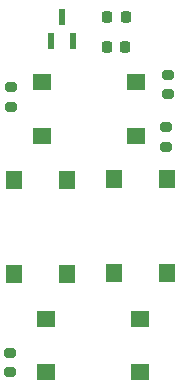
<source format=gbr>
%TF.GenerationSoftware,KiCad,Pcbnew,8.0.1*%
%TF.CreationDate,2025-01-22T19:40:40-07:00*%
%TF.ProjectId,Button,42757474-6f6e-42e6-9b69-6361645f7063,rev?*%
%TF.SameCoordinates,Original*%
%TF.FileFunction,Paste,Top*%
%TF.FilePolarity,Positive*%
%FSLAX46Y46*%
G04 Gerber Fmt 4.6, Leading zero omitted, Abs format (unit mm)*
G04 Created by KiCad (PCBNEW 8.0.1) date 2025-01-22 19:40:40*
%MOMM*%
%LPD*%
G01*
G04 APERTURE LIST*
G04 Aperture macros list*
%AMRoundRect*
0 Rectangle with rounded corners*
0 $1 Rounding radius*
0 $2 $3 $4 $5 $6 $7 $8 $9 X,Y pos of 4 corners*
0 Add a 4 corners polygon primitive as box body*
4,1,4,$2,$3,$4,$5,$6,$7,$8,$9,$2,$3,0*
0 Add four circle primitives for the rounded corners*
1,1,$1+$1,$2,$3*
1,1,$1+$1,$4,$5*
1,1,$1+$1,$6,$7*
1,1,$1+$1,$8,$9*
0 Add four rect primitives between the rounded corners*
20,1,$1+$1,$2,$3,$4,$5,0*
20,1,$1+$1,$4,$5,$6,$7,0*
20,1,$1+$1,$6,$7,$8,$9,0*
20,1,$1+$1,$8,$9,$2,$3,0*%
G04 Aperture macros list end*
%ADD10R,0.609600X1.320800*%
%ADD11RoundRect,0.225000X-0.225000X-0.250000X0.225000X-0.250000X0.225000X0.250000X-0.225000X0.250000X0*%
%ADD12R,1.549908X1.400048*%
%ADD13RoundRect,0.200000X0.275000X-0.200000X0.275000X0.200000X-0.275000X0.200000X-0.275000X-0.200000X0*%
%ADD14R,1.400048X1.549908*%
G04 APERTURE END LIST*
D10*
%TO.C,U1*%
X189619999Y-70830400D03*
X191520001Y-70830400D03*
X190570000Y-68800000D03*
%TD*%
D11*
%TO.C,C2*%
X194410001Y-71310400D03*
X195960001Y-71310400D03*
%TD*%
D12*
%TO.C,SW1*%
X188885002Y-74329999D03*
X188885002Y-78830001D03*
X196834998Y-74329999D03*
X196834998Y-78830001D03*
%TD*%
D13*
%TO.C,R3*%
X199420000Y-79770000D03*
X199420000Y-78120000D03*
%TD*%
D11*
%TO.C,C1*%
X194420001Y-68830400D03*
X195970001Y-68830400D03*
%TD*%
D14*
%TO.C,SW3*%
X194990000Y-90500000D03*
X199490002Y-90500000D03*
X194990000Y-82550004D03*
X199490002Y-82550004D03*
%TD*%
D13*
%TO.C,R2*%
X186270000Y-76390000D03*
X186270000Y-74740000D03*
%TD*%
%TO.C,R1*%
X199580000Y-75320000D03*
X199580000Y-73670000D03*
%TD*%
D12*
%TO.C,SW4*%
X197160000Y-98890002D03*
X197160000Y-94390000D03*
X189210004Y-98890002D03*
X189210004Y-94390000D03*
%TD*%
D14*
%TO.C,SW2*%
X186529998Y-90520000D03*
X191030000Y-90520000D03*
X186529998Y-82570004D03*
X191030000Y-82570004D03*
%TD*%
D13*
%TO.C,R4*%
X186180000Y-98890000D03*
X186180000Y-97240000D03*
%TD*%
M02*

</source>
